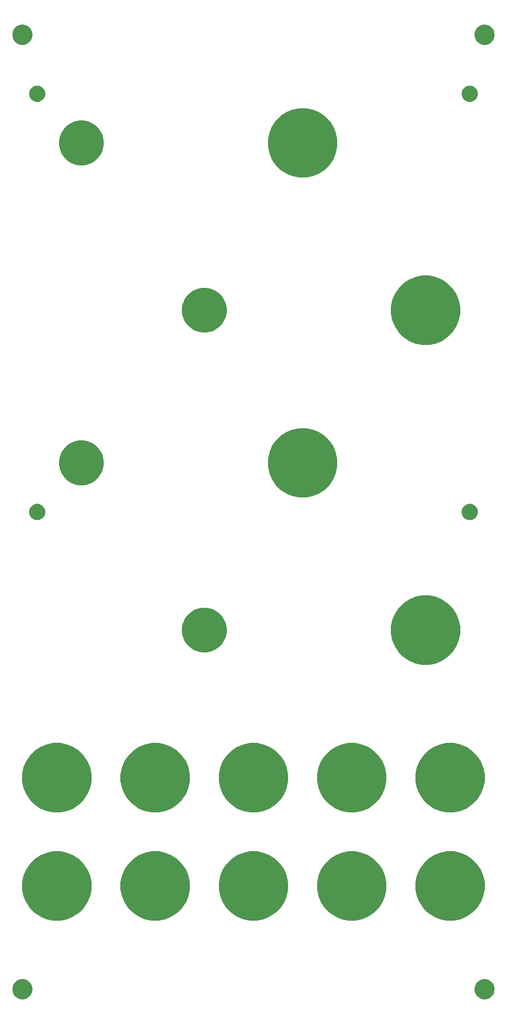
<source format=gbr>
G04 #@! TF.GenerationSoftware,KiCad,Pcbnew,5.1.5-52549c5~84~ubuntu18.04.1*
G04 #@! TF.CreationDate,2020-07-05T07:16:28-04:00*
G04 #@! TF.ProjectId,Panel,50616e65-6c2e-46b6-9963-61645f706362,rev?*
G04 #@! TF.SameCoordinates,Original*
G04 #@! TF.FileFunction,Soldermask,Top*
G04 #@! TF.FilePolarity,Negative*
%FSLAX46Y46*%
G04 Gerber Fmt 4.6, Leading zero omitted, Abs format (unit mm)*
G04 Created by KiCad (PCBNEW 5.1.5-52549c5~84~ubuntu18.04.1) date 2020-07-05 07:16:28*
%MOMM*%
%LPD*%
G04 APERTURE LIST*
%ADD10C,0.100000*%
G04 APERTURE END LIST*
D10*
G36*
X147598254Y-185027818D02*
G01*
X147971511Y-185182426D01*
X147971513Y-185182427D01*
X148307436Y-185406884D01*
X148593116Y-185692564D01*
X148817574Y-186028489D01*
X148972182Y-186401746D01*
X149051000Y-186797993D01*
X149051000Y-187202007D01*
X148972182Y-187598254D01*
X148817574Y-187971511D01*
X148817573Y-187971513D01*
X148593116Y-188307436D01*
X148307436Y-188593116D01*
X147971513Y-188817573D01*
X147971512Y-188817574D01*
X147971511Y-188817574D01*
X147598254Y-188972182D01*
X147202007Y-189051000D01*
X146797993Y-189051000D01*
X146401746Y-188972182D01*
X146028489Y-188817574D01*
X146028488Y-188817574D01*
X146028487Y-188817573D01*
X145692564Y-188593116D01*
X145406884Y-188307436D01*
X145182427Y-187971513D01*
X145182426Y-187971511D01*
X145027818Y-187598254D01*
X144949000Y-187202007D01*
X144949000Y-186797993D01*
X145027818Y-186401746D01*
X145182426Y-186028489D01*
X145406884Y-185692564D01*
X145692564Y-185406884D01*
X146028487Y-185182427D01*
X146028489Y-185182426D01*
X146401746Y-185027818D01*
X146797993Y-184949000D01*
X147202007Y-184949000D01*
X147598254Y-185027818D01*
G37*
G36*
X53598254Y-185027818D02*
G01*
X53971511Y-185182426D01*
X53971513Y-185182427D01*
X54307436Y-185406884D01*
X54593116Y-185692564D01*
X54817574Y-186028489D01*
X54972182Y-186401746D01*
X55051000Y-186797993D01*
X55051000Y-187202007D01*
X54972182Y-187598254D01*
X54817574Y-187971511D01*
X54817573Y-187971513D01*
X54593116Y-188307436D01*
X54307436Y-188593116D01*
X53971513Y-188817573D01*
X53971512Y-188817574D01*
X53971511Y-188817574D01*
X53598254Y-188972182D01*
X53202007Y-189051000D01*
X52797993Y-189051000D01*
X52401746Y-188972182D01*
X52028489Y-188817574D01*
X52028488Y-188817574D01*
X52028487Y-188817573D01*
X51692564Y-188593116D01*
X51406884Y-188307436D01*
X51182427Y-187971513D01*
X51182426Y-187971511D01*
X51027818Y-187598254D01*
X50949000Y-187202007D01*
X50949000Y-186797993D01*
X51027818Y-186401746D01*
X51182426Y-186028489D01*
X51406884Y-185692564D01*
X51692564Y-185406884D01*
X52028487Y-185182427D01*
X52028489Y-185182426D01*
X52401746Y-185027818D01*
X52797993Y-184949000D01*
X53202007Y-184949000D01*
X53598254Y-185027818D01*
G37*
G36*
X102056700Y-159219965D02*
G01*
X103339899Y-159751484D01*
X103339901Y-159751485D01*
X104494751Y-160523130D01*
X105476870Y-161505249D01*
X106248515Y-162660099D01*
X106248516Y-162660101D01*
X106780035Y-163943300D01*
X107051000Y-165305536D01*
X107051000Y-166694464D01*
X106780035Y-168056700D01*
X106248516Y-169339899D01*
X106248515Y-169339901D01*
X105476870Y-170494751D01*
X104494751Y-171476870D01*
X103339901Y-172248515D01*
X103339900Y-172248516D01*
X103339899Y-172248516D01*
X102056700Y-172780035D01*
X100694464Y-173051000D01*
X99305536Y-173051000D01*
X97943300Y-172780035D01*
X96660101Y-172248516D01*
X96660100Y-172248516D01*
X96660099Y-172248515D01*
X95505249Y-171476870D01*
X94523130Y-170494751D01*
X93751485Y-169339901D01*
X93751484Y-169339899D01*
X93219965Y-168056700D01*
X92949000Y-166694464D01*
X92949000Y-165305536D01*
X93219965Y-163943300D01*
X93751484Y-162660101D01*
X93751485Y-162660099D01*
X94523130Y-161505249D01*
X95505249Y-160523130D01*
X96660099Y-159751485D01*
X96660101Y-159751484D01*
X97943300Y-159219965D01*
X99305536Y-158949000D01*
X100694464Y-158949000D01*
X102056700Y-159219965D01*
G37*
G36*
X82056700Y-159219965D02*
G01*
X83339899Y-159751484D01*
X83339901Y-159751485D01*
X84494751Y-160523130D01*
X85476870Y-161505249D01*
X86248515Y-162660099D01*
X86248516Y-162660101D01*
X86780035Y-163943300D01*
X87051000Y-165305536D01*
X87051000Y-166694464D01*
X86780035Y-168056700D01*
X86248516Y-169339899D01*
X86248515Y-169339901D01*
X85476870Y-170494751D01*
X84494751Y-171476870D01*
X83339901Y-172248515D01*
X83339900Y-172248516D01*
X83339899Y-172248516D01*
X82056700Y-172780035D01*
X80694464Y-173051000D01*
X79305536Y-173051000D01*
X77943300Y-172780035D01*
X76660101Y-172248516D01*
X76660100Y-172248516D01*
X76660099Y-172248515D01*
X75505249Y-171476870D01*
X74523130Y-170494751D01*
X73751485Y-169339901D01*
X73751484Y-169339899D01*
X73219965Y-168056700D01*
X72949000Y-166694464D01*
X72949000Y-165305536D01*
X73219965Y-163943300D01*
X73751484Y-162660101D01*
X73751485Y-162660099D01*
X74523130Y-161505249D01*
X75505249Y-160523130D01*
X76660099Y-159751485D01*
X76660101Y-159751484D01*
X77943300Y-159219965D01*
X79305536Y-158949000D01*
X80694464Y-158949000D01*
X82056700Y-159219965D01*
G37*
G36*
X62056700Y-159219965D02*
G01*
X63339899Y-159751484D01*
X63339901Y-159751485D01*
X64494751Y-160523130D01*
X65476870Y-161505249D01*
X66248515Y-162660099D01*
X66248516Y-162660101D01*
X66780035Y-163943300D01*
X67051000Y-165305536D01*
X67051000Y-166694464D01*
X66780035Y-168056700D01*
X66248516Y-169339899D01*
X66248515Y-169339901D01*
X65476870Y-170494751D01*
X64494751Y-171476870D01*
X63339901Y-172248515D01*
X63339900Y-172248516D01*
X63339899Y-172248516D01*
X62056700Y-172780035D01*
X60694464Y-173051000D01*
X59305536Y-173051000D01*
X57943300Y-172780035D01*
X56660101Y-172248516D01*
X56660100Y-172248516D01*
X56660099Y-172248515D01*
X55505249Y-171476870D01*
X54523130Y-170494751D01*
X53751485Y-169339901D01*
X53751484Y-169339899D01*
X53219965Y-168056700D01*
X52949000Y-166694464D01*
X52949000Y-165305536D01*
X53219965Y-163943300D01*
X53751484Y-162660101D01*
X53751485Y-162660099D01*
X54523130Y-161505249D01*
X55505249Y-160523130D01*
X56660099Y-159751485D01*
X56660101Y-159751484D01*
X57943300Y-159219965D01*
X59305536Y-158949000D01*
X60694464Y-158949000D01*
X62056700Y-159219965D01*
G37*
G36*
X122056700Y-159219965D02*
G01*
X123339899Y-159751484D01*
X123339901Y-159751485D01*
X124494751Y-160523130D01*
X125476870Y-161505249D01*
X126248515Y-162660099D01*
X126248516Y-162660101D01*
X126780035Y-163943300D01*
X127051000Y-165305536D01*
X127051000Y-166694464D01*
X126780035Y-168056700D01*
X126248516Y-169339899D01*
X126248515Y-169339901D01*
X125476870Y-170494751D01*
X124494751Y-171476870D01*
X123339901Y-172248515D01*
X123339900Y-172248516D01*
X123339899Y-172248516D01*
X122056700Y-172780035D01*
X120694464Y-173051000D01*
X119305536Y-173051000D01*
X117943300Y-172780035D01*
X116660101Y-172248516D01*
X116660100Y-172248516D01*
X116660099Y-172248515D01*
X115505249Y-171476870D01*
X114523130Y-170494751D01*
X113751485Y-169339901D01*
X113751484Y-169339899D01*
X113219965Y-168056700D01*
X112949000Y-166694464D01*
X112949000Y-165305536D01*
X113219965Y-163943300D01*
X113751484Y-162660101D01*
X113751485Y-162660099D01*
X114523130Y-161505249D01*
X115505249Y-160523130D01*
X116660099Y-159751485D01*
X116660101Y-159751484D01*
X117943300Y-159219965D01*
X119305536Y-158949000D01*
X120694464Y-158949000D01*
X122056700Y-159219965D01*
G37*
G36*
X142056700Y-159219965D02*
G01*
X143339899Y-159751484D01*
X143339901Y-159751485D01*
X144494751Y-160523130D01*
X145476870Y-161505249D01*
X146248515Y-162660099D01*
X146248516Y-162660101D01*
X146780035Y-163943300D01*
X147051000Y-165305536D01*
X147051000Y-166694464D01*
X146780035Y-168056700D01*
X146248516Y-169339899D01*
X146248515Y-169339901D01*
X145476870Y-170494751D01*
X144494751Y-171476870D01*
X143339901Y-172248515D01*
X143339900Y-172248516D01*
X143339899Y-172248516D01*
X142056700Y-172780035D01*
X140694464Y-173051000D01*
X139305536Y-173051000D01*
X137943300Y-172780035D01*
X136660101Y-172248516D01*
X136660100Y-172248516D01*
X136660099Y-172248515D01*
X135505249Y-171476870D01*
X134523130Y-170494751D01*
X133751485Y-169339901D01*
X133751484Y-169339899D01*
X133219965Y-168056700D01*
X132949000Y-166694464D01*
X132949000Y-165305536D01*
X133219965Y-163943300D01*
X133751484Y-162660101D01*
X133751485Y-162660099D01*
X134523130Y-161505249D01*
X135505249Y-160523130D01*
X136660099Y-159751485D01*
X136660101Y-159751484D01*
X137943300Y-159219965D01*
X139305536Y-158949000D01*
X140694464Y-158949000D01*
X142056700Y-159219965D01*
G37*
G36*
X82056700Y-137219965D02*
G01*
X83339899Y-137751484D01*
X83339901Y-137751485D01*
X84494751Y-138523130D01*
X85476870Y-139505249D01*
X86248515Y-140660099D01*
X86248516Y-140660101D01*
X86780035Y-141943300D01*
X87051000Y-143305536D01*
X87051000Y-144694464D01*
X86780035Y-146056700D01*
X86248516Y-147339899D01*
X86248515Y-147339901D01*
X85476870Y-148494751D01*
X84494751Y-149476870D01*
X83339901Y-150248515D01*
X83339900Y-150248516D01*
X83339899Y-150248516D01*
X82056700Y-150780035D01*
X80694464Y-151051000D01*
X79305536Y-151051000D01*
X77943300Y-150780035D01*
X76660101Y-150248516D01*
X76660100Y-150248516D01*
X76660099Y-150248515D01*
X75505249Y-149476870D01*
X74523130Y-148494751D01*
X73751485Y-147339901D01*
X73751484Y-147339899D01*
X73219965Y-146056700D01*
X72949000Y-144694464D01*
X72949000Y-143305536D01*
X73219965Y-141943300D01*
X73751484Y-140660101D01*
X73751485Y-140660099D01*
X74523130Y-139505249D01*
X75505249Y-138523130D01*
X76660099Y-137751485D01*
X76660101Y-137751484D01*
X77943300Y-137219965D01*
X79305536Y-136949000D01*
X80694464Y-136949000D01*
X82056700Y-137219965D01*
G37*
G36*
X102056700Y-137219965D02*
G01*
X103339899Y-137751484D01*
X103339901Y-137751485D01*
X104494751Y-138523130D01*
X105476870Y-139505249D01*
X106248515Y-140660099D01*
X106248516Y-140660101D01*
X106780035Y-141943300D01*
X107051000Y-143305536D01*
X107051000Y-144694464D01*
X106780035Y-146056700D01*
X106248516Y-147339899D01*
X106248515Y-147339901D01*
X105476870Y-148494751D01*
X104494751Y-149476870D01*
X103339901Y-150248515D01*
X103339900Y-150248516D01*
X103339899Y-150248516D01*
X102056700Y-150780035D01*
X100694464Y-151051000D01*
X99305536Y-151051000D01*
X97943300Y-150780035D01*
X96660101Y-150248516D01*
X96660100Y-150248516D01*
X96660099Y-150248515D01*
X95505249Y-149476870D01*
X94523130Y-148494751D01*
X93751485Y-147339901D01*
X93751484Y-147339899D01*
X93219965Y-146056700D01*
X92949000Y-144694464D01*
X92949000Y-143305536D01*
X93219965Y-141943300D01*
X93751484Y-140660101D01*
X93751485Y-140660099D01*
X94523130Y-139505249D01*
X95505249Y-138523130D01*
X96660099Y-137751485D01*
X96660101Y-137751484D01*
X97943300Y-137219965D01*
X99305536Y-136949000D01*
X100694464Y-136949000D01*
X102056700Y-137219965D01*
G37*
G36*
X122056700Y-137219965D02*
G01*
X123339899Y-137751484D01*
X123339901Y-137751485D01*
X124494751Y-138523130D01*
X125476870Y-139505249D01*
X126248515Y-140660099D01*
X126248516Y-140660101D01*
X126780035Y-141943300D01*
X127051000Y-143305536D01*
X127051000Y-144694464D01*
X126780035Y-146056700D01*
X126248516Y-147339899D01*
X126248515Y-147339901D01*
X125476870Y-148494751D01*
X124494751Y-149476870D01*
X123339901Y-150248515D01*
X123339900Y-150248516D01*
X123339899Y-150248516D01*
X122056700Y-150780035D01*
X120694464Y-151051000D01*
X119305536Y-151051000D01*
X117943300Y-150780035D01*
X116660101Y-150248516D01*
X116660100Y-150248516D01*
X116660099Y-150248515D01*
X115505249Y-149476870D01*
X114523130Y-148494751D01*
X113751485Y-147339901D01*
X113751484Y-147339899D01*
X113219965Y-146056700D01*
X112949000Y-144694464D01*
X112949000Y-143305536D01*
X113219965Y-141943300D01*
X113751484Y-140660101D01*
X113751485Y-140660099D01*
X114523130Y-139505249D01*
X115505249Y-138523130D01*
X116660099Y-137751485D01*
X116660101Y-137751484D01*
X117943300Y-137219965D01*
X119305536Y-136949000D01*
X120694464Y-136949000D01*
X122056700Y-137219965D01*
G37*
G36*
X142056700Y-137219965D02*
G01*
X143339899Y-137751484D01*
X143339901Y-137751485D01*
X144494751Y-138523130D01*
X145476870Y-139505249D01*
X146248515Y-140660099D01*
X146248516Y-140660101D01*
X146780035Y-141943300D01*
X147051000Y-143305536D01*
X147051000Y-144694464D01*
X146780035Y-146056700D01*
X146248516Y-147339899D01*
X146248515Y-147339901D01*
X145476870Y-148494751D01*
X144494751Y-149476870D01*
X143339901Y-150248515D01*
X143339900Y-150248516D01*
X143339899Y-150248516D01*
X142056700Y-150780035D01*
X140694464Y-151051000D01*
X139305536Y-151051000D01*
X137943300Y-150780035D01*
X136660101Y-150248516D01*
X136660100Y-150248516D01*
X136660099Y-150248515D01*
X135505249Y-149476870D01*
X134523130Y-148494751D01*
X133751485Y-147339901D01*
X133751484Y-147339899D01*
X133219965Y-146056700D01*
X132949000Y-144694464D01*
X132949000Y-143305536D01*
X133219965Y-141943300D01*
X133751484Y-140660101D01*
X133751485Y-140660099D01*
X134523130Y-139505249D01*
X135505249Y-138523130D01*
X136660099Y-137751485D01*
X136660101Y-137751484D01*
X137943300Y-137219965D01*
X139305536Y-136949000D01*
X140694464Y-136949000D01*
X142056700Y-137219965D01*
G37*
G36*
X62056700Y-137219965D02*
G01*
X63339899Y-137751484D01*
X63339901Y-137751485D01*
X64494751Y-138523130D01*
X65476870Y-139505249D01*
X66248515Y-140660099D01*
X66248516Y-140660101D01*
X66780035Y-141943300D01*
X67051000Y-143305536D01*
X67051000Y-144694464D01*
X66780035Y-146056700D01*
X66248516Y-147339899D01*
X66248515Y-147339901D01*
X65476870Y-148494751D01*
X64494751Y-149476870D01*
X63339901Y-150248515D01*
X63339900Y-150248516D01*
X63339899Y-150248516D01*
X62056700Y-150780035D01*
X60694464Y-151051000D01*
X59305536Y-151051000D01*
X57943300Y-150780035D01*
X56660101Y-150248516D01*
X56660100Y-150248516D01*
X56660099Y-150248515D01*
X55505249Y-149476870D01*
X54523130Y-148494751D01*
X53751485Y-147339901D01*
X53751484Y-147339899D01*
X53219965Y-146056700D01*
X52949000Y-144694464D01*
X52949000Y-143305536D01*
X53219965Y-141943300D01*
X53751484Y-140660101D01*
X53751485Y-140660099D01*
X54523130Y-139505249D01*
X55505249Y-138523130D01*
X56660099Y-137751485D01*
X56660101Y-137751484D01*
X57943300Y-137219965D01*
X59305536Y-136949000D01*
X60694464Y-136949000D01*
X62056700Y-137219965D01*
G37*
G36*
X137056700Y-107219965D02*
G01*
X138339899Y-107751484D01*
X138339901Y-107751485D01*
X139494751Y-108523130D01*
X140476870Y-109505249D01*
X141248515Y-110660099D01*
X141248516Y-110660101D01*
X141780035Y-111943300D01*
X142051000Y-113305536D01*
X142051000Y-114694464D01*
X141780035Y-116056700D01*
X141248516Y-117339899D01*
X141248515Y-117339901D01*
X140476870Y-118494751D01*
X139494751Y-119476870D01*
X138339901Y-120248515D01*
X138339900Y-120248516D01*
X138339899Y-120248516D01*
X137056700Y-120780035D01*
X135694464Y-121051000D01*
X134305536Y-121051000D01*
X132943300Y-120780035D01*
X131660101Y-120248516D01*
X131660100Y-120248516D01*
X131660099Y-120248515D01*
X130505249Y-119476870D01*
X129523130Y-118494751D01*
X128751485Y-117339901D01*
X128751484Y-117339899D01*
X128219965Y-116056700D01*
X127949000Y-114694464D01*
X127949000Y-113305536D01*
X128219965Y-111943300D01*
X128751484Y-110660101D01*
X128751485Y-110660099D01*
X129523130Y-109505249D01*
X130505249Y-108523130D01*
X131660099Y-107751485D01*
X131660101Y-107751484D01*
X132943300Y-107219965D01*
X134305536Y-106949000D01*
X135694464Y-106949000D01*
X137056700Y-107219965D01*
G37*
G36*
X91327477Y-109623892D02*
G01*
X91670541Y-109765994D01*
X92155707Y-109966956D01*
X92901093Y-110465008D01*
X93534992Y-111098907D01*
X94033044Y-111844293D01*
X94234006Y-112329459D01*
X94376108Y-112672523D01*
X94551000Y-113551764D01*
X94551000Y-114448236D01*
X94376108Y-115327477D01*
X94234006Y-115670541D01*
X94033044Y-116155707D01*
X93534992Y-116901093D01*
X92901093Y-117534992D01*
X92155707Y-118033044D01*
X91670541Y-118234006D01*
X91327477Y-118376108D01*
X90448236Y-118551000D01*
X89551764Y-118551000D01*
X88672523Y-118376108D01*
X88329459Y-118234006D01*
X87844293Y-118033044D01*
X87098907Y-117534992D01*
X86465008Y-116901093D01*
X85966956Y-116155707D01*
X85765994Y-115670541D01*
X85623892Y-115327477D01*
X85449000Y-114448236D01*
X85449000Y-113551764D01*
X85623892Y-112672523D01*
X85765994Y-112329459D01*
X85966956Y-111844293D01*
X86465008Y-111098907D01*
X87098907Y-110465008D01*
X87844293Y-109966956D01*
X88329459Y-109765994D01*
X88672523Y-109623892D01*
X89551764Y-109449000D01*
X90448236Y-109449000D01*
X91327477Y-109623892D01*
G37*
G36*
X56375256Y-88391298D02*
G01*
X56481579Y-88412447D01*
X56782042Y-88536903D01*
X57052451Y-88717585D01*
X57282415Y-88947549D01*
X57463097Y-89217958D01*
X57587553Y-89518421D01*
X57651000Y-89837391D01*
X57651000Y-90162609D01*
X57587553Y-90481579D01*
X57463097Y-90782042D01*
X57282415Y-91052451D01*
X57052451Y-91282415D01*
X56782042Y-91463097D01*
X56481579Y-91587553D01*
X56375256Y-91608702D01*
X56162611Y-91651000D01*
X55837389Y-91651000D01*
X55624744Y-91608702D01*
X55518421Y-91587553D01*
X55217958Y-91463097D01*
X54947549Y-91282415D01*
X54717585Y-91052451D01*
X54536903Y-90782042D01*
X54412447Y-90481579D01*
X54349000Y-90162609D01*
X54349000Y-89837391D01*
X54412447Y-89518421D01*
X54536903Y-89217958D01*
X54717585Y-88947549D01*
X54947549Y-88717585D01*
X55217958Y-88536903D01*
X55518421Y-88412447D01*
X55624744Y-88391298D01*
X55837389Y-88349000D01*
X56162611Y-88349000D01*
X56375256Y-88391298D01*
G37*
G36*
X144375256Y-88391298D02*
G01*
X144481579Y-88412447D01*
X144782042Y-88536903D01*
X145052451Y-88717585D01*
X145282415Y-88947549D01*
X145463097Y-89217958D01*
X145587553Y-89518421D01*
X145651000Y-89837391D01*
X145651000Y-90162609D01*
X145587553Y-90481579D01*
X145463097Y-90782042D01*
X145282415Y-91052451D01*
X145052451Y-91282415D01*
X144782042Y-91463097D01*
X144481579Y-91587553D01*
X144375256Y-91608702D01*
X144162611Y-91651000D01*
X143837389Y-91651000D01*
X143624744Y-91608702D01*
X143518421Y-91587553D01*
X143217958Y-91463097D01*
X142947549Y-91282415D01*
X142717585Y-91052451D01*
X142536903Y-90782042D01*
X142412447Y-90481579D01*
X142349000Y-90162609D01*
X142349000Y-89837391D01*
X142412447Y-89518421D01*
X142536903Y-89217958D01*
X142717585Y-88947549D01*
X142947549Y-88717585D01*
X143217958Y-88536903D01*
X143518421Y-88412447D01*
X143624744Y-88391298D01*
X143837389Y-88349000D01*
X144162611Y-88349000D01*
X144375256Y-88391298D01*
G37*
G36*
X112056700Y-73219965D02*
G01*
X113339899Y-73751484D01*
X113339901Y-73751485D01*
X114494751Y-74523130D01*
X115476870Y-75505249D01*
X116248515Y-76660099D01*
X116248516Y-76660101D01*
X116780035Y-77943300D01*
X117051000Y-79305536D01*
X117051000Y-80694464D01*
X116780035Y-82056700D01*
X116248516Y-83339899D01*
X116248515Y-83339901D01*
X115476870Y-84494751D01*
X114494751Y-85476870D01*
X113339901Y-86248515D01*
X113339900Y-86248516D01*
X113339899Y-86248516D01*
X112056700Y-86780035D01*
X110694464Y-87051000D01*
X109305536Y-87051000D01*
X107943300Y-86780035D01*
X106660101Y-86248516D01*
X106660100Y-86248516D01*
X106660099Y-86248515D01*
X105505249Y-85476870D01*
X104523130Y-84494751D01*
X103751485Y-83339901D01*
X103751484Y-83339899D01*
X103219965Y-82056700D01*
X102949000Y-80694464D01*
X102949000Y-79305536D01*
X103219965Y-77943300D01*
X103751484Y-76660101D01*
X103751485Y-76660099D01*
X104523130Y-75505249D01*
X105505249Y-74523130D01*
X106660099Y-73751485D01*
X106660101Y-73751484D01*
X107943300Y-73219965D01*
X109305536Y-72949000D01*
X110694464Y-72949000D01*
X112056700Y-73219965D01*
G37*
G36*
X66327477Y-75623892D02*
G01*
X66670541Y-75765994D01*
X67155707Y-75966956D01*
X67901093Y-76465008D01*
X68534992Y-77098907D01*
X69033044Y-77844293D01*
X69234006Y-78329459D01*
X69376108Y-78672523D01*
X69551000Y-79551764D01*
X69551000Y-80448236D01*
X69376108Y-81327477D01*
X69234006Y-81670541D01*
X69033044Y-82155707D01*
X68534992Y-82901093D01*
X67901093Y-83534992D01*
X67155707Y-84033044D01*
X66670541Y-84234006D01*
X66327477Y-84376108D01*
X65448236Y-84551000D01*
X64551764Y-84551000D01*
X63672523Y-84376108D01*
X63329459Y-84234006D01*
X62844293Y-84033044D01*
X62098907Y-83534992D01*
X61465008Y-82901093D01*
X60966956Y-82155707D01*
X60765994Y-81670541D01*
X60623892Y-81327477D01*
X60449000Y-80448236D01*
X60449000Y-79551764D01*
X60623892Y-78672523D01*
X60765994Y-78329459D01*
X60966956Y-77844293D01*
X61465008Y-77098907D01*
X62098907Y-76465008D01*
X62844293Y-75966956D01*
X63329459Y-75765994D01*
X63672523Y-75623892D01*
X64551764Y-75449000D01*
X65448236Y-75449000D01*
X66327477Y-75623892D01*
G37*
G36*
X137056700Y-42219965D02*
G01*
X138339899Y-42751484D01*
X138339901Y-42751485D01*
X139494751Y-43523130D01*
X140476870Y-44505249D01*
X141248515Y-45660099D01*
X141248516Y-45660101D01*
X141780035Y-46943300D01*
X142051000Y-48305536D01*
X142051000Y-49694464D01*
X141780035Y-51056700D01*
X141248516Y-52339899D01*
X141248515Y-52339901D01*
X140476870Y-53494751D01*
X139494751Y-54476870D01*
X138339901Y-55248515D01*
X138339900Y-55248516D01*
X138339899Y-55248516D01*
X137056700Y-55780035D01*
X135694464Y-56051000D01*
X134305536Y-56051000D01*
X132943300Y-55780035D01*
X131660101Y-55248516D01*
X131660100Y-55248516D01*
X131660099Y-55248515D01*
X130505249Y-54476870D01*
X129523130Y-53494751D01*
X128751485Y-52339901D01*
X128751484Y-52339899D01*
X128219965Y-51056700D01*
X127949000Y-49694464D01*
X127949000Y-48305536D01*
X128219965Y-46943300D01*
X128751484Y-45660101D01*
X128751485Y-45660099D01*
X129523130Y-44505249D01*
X130505249Y-43523130D01*
X131660099Y-42751485D01*
X131660101Y-42751484D01*
X132943300Y-42219965D01*
X134305536Y-41949000D01*
X135694464Y-41949000D01*
X137056700Y-42219965D01*
G37*
G36*
X91327477Y-44623892D02*
G01*
X91670541Y-44765994D01*
X92155707Y-44966956D01*
X92901093Y-45465008D01*
X93534992Y-46098907D01*
X94033044Y-46844293D01*
X94234006Y-47329459D01*
X94376108Y-47672523D01*
X94551000Y-48551764D01*
X94551000Y-49448236D01*
X94376108Y-50327477D01*
X94234006Y-50670541D01*
X94033044Y-51155707D01*
X93534992Y-51901093D01*
X92901093Y-52534992D01*
X92155707Y-53033044D01*
X91670541Y-53234006D01*
X91327477Y-53376108D01*
X90448236Y-53551000D01*
X89551764Y-53551000D01*
X88672523Y-53376108D01*
X88329459Y-53234006D01*
X87844293Y-53033044D01*
X87098907Y-52534992D01*
X86465008Y-51901093D01*
X85966956Y-51155707D01*
X85765994Y-50670541D01*
X85623892Y-50327477D01*
X85449000Y-49448236D01*
X85449000Y-48551764D01*
X85623892Y-47672523D01*
X85765994Y-47329459D01*
X85966956Y-46844293D01*
X86465008Y-46098907D01*
X87098907Y-45465008D01*
X87844293Y-44966956D01*
X88329459Y-44765994D01*
X88672523Y-44623892D01*
X89551764Y-44449000D01*
X90448236Y-44449000D01*
X91327477Y-44623892D01*
G37*
G36*
X112056700Y-8219965D02*
G01*
X113339899Y-8751484D01*
X113339901Y-8751485D01*
X114494751Y-9523130D01*
X115476870Y-10505249D01*
X116248515Y-11660099D01*
X116248516Y-11660101D01*
X116780035Y-12943300D01*
X117051000Y-14305536D01*
X117051000Y-15694464D01*
X116780035Y-17056700D01*
X116248516Y-18339899D01*
X116248515Y-18339901D01*
X115476870Y-19494751D01*
X114494751Y-20476870D01*
X113339901Y-21248515D01*
X113339900Y-21248516D01*
X113339899Y-21248516D01*
X112056700Y-21780035D01*
X110694464Y-22051000D01*
X109305536Y-22051000D01*
X107943300Y-21780035D01*
X106660101Y-21248516D01*
X106660100Y-21248516D01*
X106660099Y-21248515D01*
X105505249Y-20476870D01*
X104523130Y-19494751D01*
X103751485Y-18339901D01*
X103751484Y-18339899D01*
X103219965Y-17056700D01*
X102949000Y-15694464D01*
X102949000Y-14305536D01*
X103219965Y-12943300D01*
X103751484Y-11660101D01*
X103751485Y-11660099D01*
X104523130Y-10505249D01*
X105505249Y-9523130D01*
X106660099Y-8751485D01*
X106660101Y-8751484D01*
X107943300Y-8219965D01*
X109305536Y-7949000D01*
X110694464Y-7949000D01*
X112056700Y-8219965D01*
G37*
G36*
X66327477Y-10623892D02*
G01*
X66670541Y-10765994D01*
X67155707Y-10966956D01*
X67901093Y-11465008D01*
X68534992Y-12098907D01*
X69033044Y-12844293D01*
X69234006Y-13329459D01*
X69376108Y-13672523D01*
X69551000Y-14551764D01*
X69551000Y-15448236D01*
X69376108Y-16327477D01*
X69234006Y-16670541D01*
X69033044Y-17155707D01*
X68534992Y-17901093D01*
X67901093Y-18534992D01*
X67155707Y-19033044D01*
X66670541Y-19234006D01*
X66327477Y-19376108D01*
X65448236Y-19551000D01*
X64551764Y-19551000D01*
X63672523Y-19376108D01*
X63329459Y-19234006D01*
X62844293Y-19033044D01*
X62098907Y-18534992D01*
X61465008Y-17901093D01*
X60966956Y-17155707D01*
X60765994Y-16670541D01*
X60623892Y-16327477D01*
X60449000Y-15448236D01*
X60449000Y-14551764D01*
X60623892Y-13672523D01*
X60765994Y-13329459D01*
X60966956Y-12844293D01*
X61465008Y-12098907D01*
X62098907Y-11465008D01*
X62844293Y-10966956D01*
X63329459Y-10765994D01*
X63672523Y-10623892D01*
X64551764Y-10449000D01*
X65448236Y-10449000D01*
X66327477Y-10623892D01*
G37*
G36*
X56375256Y-3391298D02*
G01*
X56481579Y-3412447D01*
X56782042Y-3536903D01*
X57052451Y-3717585D01*
X57282415Y-3947549D01*
X57463097Y-4217958D01*
X57587553Y-4518421D01*
X57651000Y-4837391D01*
X57651000Y-5162609D01*
X57587553Y-5481579D01*
X57463097Y-5782042D01*
X57282415Y-6052451D01*
X57052451Y-6282415D01*
X56782042Y-6463097D01*
X56481579Y-6587553D01*
X56375256Y-6608702D01*
X56162611Y-6651000D01*
X55837389Y-6651000D01*
X55624744Y-6608702D01*
X55518421Y-6587553D01*
X55217958Y-6463097D01*
X54947549Y-6282415D01*
X54717585Y-6052451D01*
X54536903Y-5782042D01*
X54412447Y-5481579D01*
X54349000Y-5162609D01*
X54349000Y-4837391D01*
X54412447Y-4518421D01*
X54536903Y-4217958D01*
X54717585Y-3947549D01*
X54947549Y-3717585D01*
X55217958Y-3536903D01*
X55518421Y-3412447D01*
X55624744Y-3391298D01*
X55837389Y-3349000D01*
X56162611Y-3349000D01*
X56375256Y-3391298D01*
G37*
G36*
X144375256Y-3391298D02*
G01*
X144481579Y-3412447D01*
X144782042Y-3536903D01*
X145052451Y-3717585D01*
X145282415Y-3947549D01*
X145463097Y-4217958D01*
X145587553Y-4518421D01*
X145651000Y-4837391D01*
X145651000Y-5162609D01*
X145587553Y-5481579D01*
X145463097Y-5782042D01*
X145282415Y-6052451D01*
X145052451Y-6282415D01*
X144782042Y-6463097D01*
X144481579Y-6587553D01*
X144375256Y-6608702D01*
X144162611Y-6651000D01*
X143837389Y-6651000D01*
X143624744Y-6608702D01*
X143518421Y-6587553D01*
X143217958Y-6463097D01*
X142947549Y-6282415D01*
X142717585Y-6052451D01*
X142536903Y-5782042D01*
X142412447Y-5481579D01*
X142349000Y-5162609D01*
X142349000Y-4837391D01*
X142412447Y-4518421D01*
X142536903Y-4217958D01*
X142717585Y-3947549D01*
X142947549Y-3717585D01*
X143217958Y-3536903D01*
X143518421Y-3412447D01*
X143624744Y-3391298D01*
X143837389Y-3349000D01*
X144162611Y-3349000D01*
X144375256Y-3391298D01*
G37*
G36*
X147598254Y8972182D02*
G01*
X147971511Y8817574D01*
X147971513Y8817573D01*
X148307436Y8593116D01*
X148593116Y8307436D01*
X148817574Y7971511D01*
X148972182Y7598254D01*
X149051000Y7202007D01*
X149051000Y6797993D01*
X148972182Y6401746D01*
X148817574Y6028489D01*
X148817573Y6028487D01*
X148593116Y5692564D01*
X148307436Y5406884D01*
X147971513Y5182427D01*
X147971512Y5182426D01*
X147971511Y5182426D01*
X147598254Y5027818D01*
X147202007Y4949000D01*
X146797993Y4949000D01*
X146401746Y5027818D01*
X146028489Y5182426D01*
X146028488Y5182426D01*
X146028487Y5182427D01*
X145692564Y5406884D01*
X145406884Y5692564D01*
X145182427Y6028487D01*
X145182426Y6028489D01*
X145027818Y6401746D01*
X144949000Y6797993D01*
X144949000Y7202007D01*
X145027818Y7598254D01*
X145182426Y7971511D01*
X145406884Y8307436D01*
X145692564Y8593116D01*
X146028487Y8817573D01*
X146028489Y8817574D01*
X146401746Y8972182D01*
X146797993Y9051000D01*
X147202007Y9051000D01*
X147598254Y8972182D01*
G37*
G36*
X53598254Y8972182D02*
G01*
X53971511Y8817574D01*
X53971513Y8817573D01*
X54307436Y8593116D01*
X54593116Y8307436D01*
X54817574Y7971511D01*
X54972182Y7598254D01*
X55051000Y7202007D01*
X55051000Y6797993D01*
X54972182Y6401746D01*
X54817574Y6028489D01*
X54817573Y6028487D01*
X54593116Y5692564D01*
X54307436Y5406884D01*
X53971513Y5182427D01*
X53971512Y5182426D01*
X53971511Y5182426D01*
X53598254Y5027818D01*
X53202007Y4949000D01*
X52797993Y4949000D01*
X52401746Y5027818D01*
X52028489Y5182426D01*
X52028488Y5182426D01*
X52028487Y5182427D01*
X51692564Y5406884D01*
X51406884Y5692564D01*
X51182427Y6028487D01*
X51182426Y6028489D01*
X51027818Y6401746D01*
X50949000Y6797993D01*
X50949000Y7202007D01*
X51027818Y7598254D01*
X51182426Y7971511D01*
X51406884Y8307436D01*
X51692564Y8593116D01*
X52028487Y8817573D01*
X52028489Y8817574D01*
X52401746Y8972182D01*
X52797993Y9051000D01*
X53202007Y9051000D01*
X53598254Y8972182D01*
G37*
M02*

</source>
